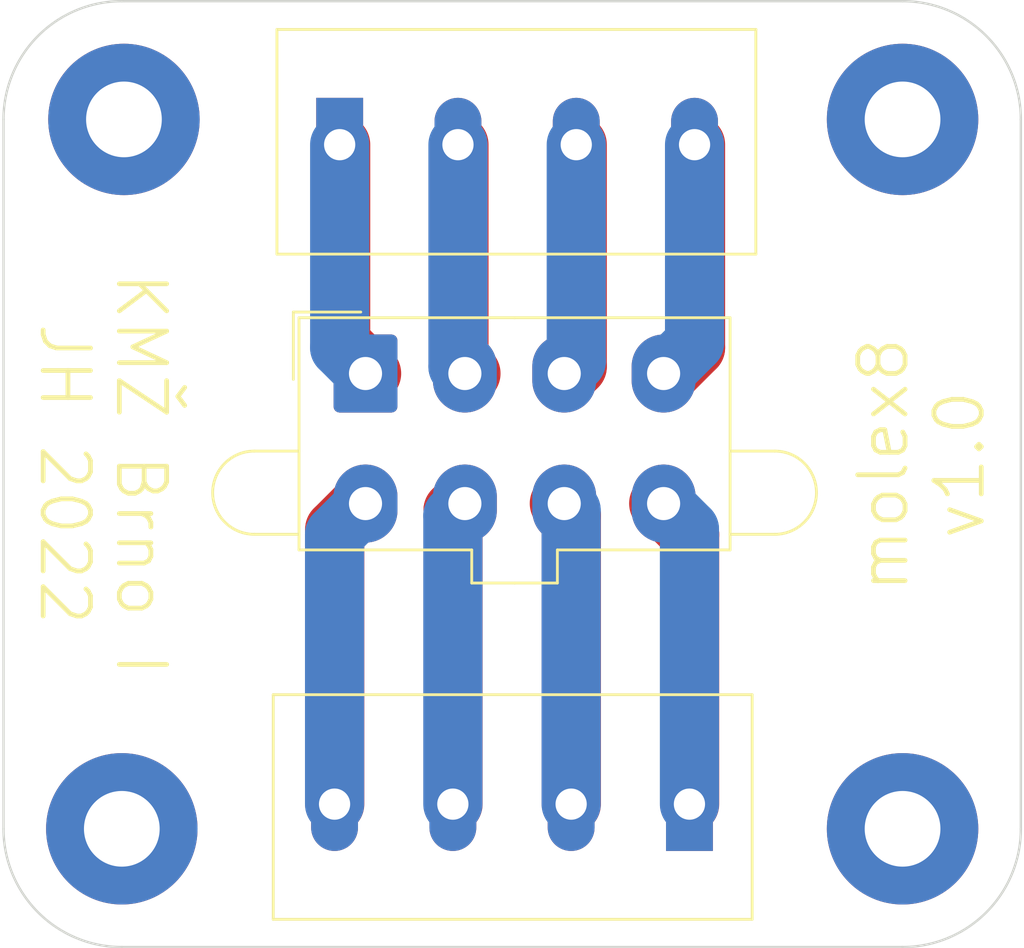
<source format=kicad_pcb>
(kicad_pcb (version 20211014) (generator pcbnew)
  (layers (0 "F.Cu" signal) (31 "B.Cu" signal) (34 "B.Paste" user) (35 "F.Paste" user) (36 "B.SilkS" user "B.Silkscreen") (37 "F.SilkS" user "F.Silkscreen") (38 "B.Mask" user) (39 "F.Mask" user) (44 "Edge.Cuts" user))
  (net 0 "")
  (net 1 "Net-(J1-Pad1)")
  (net 2 "Net-(J1-Pad2)")
  (net 3 "Net-(J1-Pad3)")
  (net 4 "Net-(J1-Pad4)")
  (net 5 "Net-(J2-Pad5)")
  (net 6 "Net-(J2-Pad6)")
  (net 7 "Net-(J2-Pad7)")
  (net 8 "Net-(J2-Pad8)")
  (footprint "Connector_Molex:Molex_Mini-Fit_Jr_5566-08A2_2x04_P4.20mm_Vertical" (layer "F.Cu") (at 95.3 91.746)
    (fp_text reference "J2" hide)
    (fp_text value "Conn_02x04_Counter_Clockwise")
    (fp_line (start 8.11 8.86) (end 6.3 8.86) (layer "F.SilkS") (width 0.12))
    (fp_line (start 15.41 7.46) (end 8.11 7.46) (layer "F.SilkS") (width 0.12))
    (fp_line (start 15.41 -2.36) (end 15.41 7.46) (layer "F.SilkS") (width 0.12))
    (fp_line (start -4.7 6.8) (end -2.81 6.8) (layer "F.SilkS") (width 0.12))
    (fp_line (start 6.3 -2.36) (end -2.81 -2.36) (layer "F.SilkS") (width 0.12))
    (fp_line (start 8.11 7.46) (end 8.11 8.86) (layer "F.SilkS") (width 0.12))
    (fp_line (start 4.49 7.46) (end 4.49 8.86) (layer "F.SilkS") (width 0.12))
    (fp_line (start 17.3 3.28) (end 15.41 3.28) (layer "F.SilkS") (width 0.12))
    (fp_line (start 17.3 6.8) (end 15.41 6.8) (layer "F.SilkS") (width 0.12))
    (fp_line (start -0.2 -2.6) (end -3.05 -2.6) (layer "F.SilkS") (width 0.12))
    (fp_line (start -2.81 -2.36) (end -2.81 7.46) (layer "F.SilkS") (width 0.12))
    (fp_line (start -3.05 -2.6) (end -3.05 0.25) (layer "F.SilkS") (width 0.12))
    (fp_line (start 4.49 8.86) (end 6.3 8.86) (layer "F.SilkS") (width 0.12))
    (fp_line (start -4.7 3.28) (end -2.81 3.28) (layer "F.SilkS") (width 0.12))
    (fp_line (start 6.3 -2.36) (end 15.41 -2.36) (layer "F.SilkS") (width 0.12))
    (fp_line (start -2.81 7.46) (end 4.49 7.46) (layer "F.SilkS") (width 0.12))
    (fp_arc (start 17.3 3.28) (mid 19.06 5.04) (end 17.3 6.8) (layer "F.SilkS") (width 0.12))
    (fp_arc (start -4.7 6.8) (mid -6.46 5.04) (end -4.7 3.28) (layer "F.SilkS") (width 0.12))
    (pad "" np_thru_hole circle (at 17.3 5.04) (size 3 3) (drill 3) (layers *.Cu *.Mask))
    (pad "" np_thru_hole circle (at -4.7 5.04) (size 3 3) (drill 3) (layers *.Cu *.Mask))
    (pad "1" thru_hole roundrect (at 0 0) (size 2.7 3.3) (drill 1.4) (layers *.Cu *.Mask) (roundrect_rratio 0.092593) (net 1 "Net-(J1-Pad1)"))
    (pad "2" thru_hole oval (at 4.2 0) (size 2.7 3.3) (drill 1.4) (layers *.Cu *.Mask) (net 2 "Net-(J1-Pad2)"))
    (pad "3" thru_hole oval (at 8.4 0) (size 2.7 3.3) (drill 1.4) (layers *.Cu *.Mask) (net 3 "Net-(J1-Pad3)"))
    (pad "4" thru_hole oval (at 12.6 0) (size 2.7 3.3) (drill 1.4) (layers *.Cu *.Mask) (net 4 "Net-(J1-Pad4)"))
    (pad "5" thru_hole oval (at 0 5.5) (size 2.7 3.3) (drill 1.4) (layers *.Cu *.Mask) (net 5 "Net-(J2-Pad5)"))
    (pad "6" thru_hole oval (at 4.2 5.5) (size 2.7 3.3) (drill 1.4) (layers *.Cu *.Mask) (net 6 "Net-(J2-Pad6)"))
    (pad "7" thru_hole oval (at 8.4 5.5) (size 2.7 3.3) (drill 1.4) (layers *.Cu *.Mask) (net 7 "Net-(J2-Pad7)"))
    (pad "8" thru_hole oval (at 12.6 5.5) (size 2.7 3.3) (drill 1.4) (layers *.Cu *.Mask) (net 8 "Net-(J2-Pad8)"))
  )
  (footprint "MountingHole:MountingHole_3.2mm_M3_Pad" (layer "F.Cu") (at 85.09 81)
    (fp_text reference "H1" hide)
    (fp_text value "MountingHole")
    (pad "1" thru_hole circle (at 0 0) (size 6.4 6.4) (drill 3.2) (layers *.Cu *.Mask))
  )
  (footprint "TerminalBlock_Euroclamp:MVE252-5-V-2x" (layer "F.Cu") (at 101.6 82.296)
    (fp_text reference "J1" hide)
    (fp_text value "Conn_01x04")
    (fp_line (start 10.2 -5.1) (end 10.2 4.4) (layer "F.SilkS") (width 0.12))
    (fp_line (start -10.042 4.4) (end -10.042 -5.1) (layer "F.SilkS") (width 0.12))
    (fp_line (start 10.2 4.4) (end -10.042 4.4) (layer "F.SilkS") (width 0.12))
    (fp_line (start -10.042 -5.1) (end 10.2 -5.1) (layer "F.SilkS") (width 0.12))
    (pad "1" thru_hole rect (at -7.392 -0.228) (size 1.98 3.96) (drill 1.32) (layers *.Cu *.Mask) (net 1 "Net-(J1-Pad1)"))
    (pad "2" thru_hole oval (at -2.392 -0.228) (size 1.98 3.96) (drill 1.32) (layers *.Cu *.Mask) (net 2 "Net-(J1-Pad2)"))
    (pad "3" thru_hole oval (at 2.608 -0.228) (size 1.98 3.96) (drill 1.32) (layers *.Cu *.Mask) (net 3 "Net-(J1-Pad3)"))
    (pad "4" thru_hole oval (at 7.608 -0.228) (size 1.98 3.96) (drill 1.32) (layers *.Cu *.Mask) (net 4 "Net-(J1-Pad4)"))
  )
  (footprint "TerminalBlock_Euroclamp:MVE252-5-V-2x" (layer "F.Cu") (at 101.6 109.728 180)
    (fp_text reference "J3" hide)
    (fp_text value "Conn_01x04")
    (fp_line (start -10.042 -5.1) (end 10.2 -5.1) (layer "F.SilkS") (width 0.12))
    (fp_line (start 10.2 4.4) (end -10.042 4.4) (layer "F.SilkS") (width 0.12))
    (fp_line (start 10.2 -5.1) (end 10.2 4.4) (layer "F.SilkS") (width 0.12))
    (fp_line (start -10.042 4.4) (end -10.042 -5.1) (layer "F.SilkS") (width 0.12))
    (pad "1" thru_hole rect (at -7.392 -0.228 180) (size 1.98 3.96) (drill 1.32) (layers *.Cu *.Mask) (net 8 "Net-(J2-Pad8)"))
    (pad "2" thru_hole oval (at -2.392 -0.228 180) (size 1.98 3.96) (drill 1.32) (layers *.Cu *.Mask) (net 7 "Net-(J2-Pad7)"))
    (pad "3" thru_hole oval (at 2.608 -0.228 180) (size 1.98 3.96) (drill 1.32) (layers *.Cu *.Mask) (net 6 "Net-(J2-Pad6)"))
    (pad "4" thru_hole oval (at 7.608 -0.228 180) (size 1.98 3.96) (drill 1.32) (layers *.Cu *.Mask) (net 5 "Net-(J2-Pad5)"))
  )
  (footprint "MountingHole:MountingHole_3.2mm_M3_Pad" (layer "F.Cu") (at 118 81)
    (fp_text reference "H4" hide)
    (fp_text value "MountingHole")
    (pad "1" thru_hole circle (at 0 0) (size 6.4 6.4) (drill 3.2) (layers *.Cu *.Mask))
  )
  (footprint "MountingHole:MountingHole_3.2mm_M3_Pad" (layer "F.Cu") (at 118 111)
    (fp_text reference "H2" hide)
    (fp_text value "MountingHole")
    (pad "1" thru_hole circle (at 0 0) (size 6.4 6.4) (drill 3.2) (layers *.Cu *.Mask))
  )
  (footprint "MountingHole:MountingHole_3.2mm_M3_Pad" (layer "F.Cu") (at 85 111)
    (fp_text reference "H3" hide)
    (fp_text value "MountingHole")
    (pad "1" thru_hole circle (at 0 0) (size 6.4 6.4) (drill 3.2) (layers *.Cu *.Mask))
  )
  (gr_arc (start 118 76) (mid 121.535534 77.464466) (end 123 81) (layer "Edge.Cuts") (width 0.1))
  (gr_arc (start 80 81) (mid 81.464466 77.464466) (end 85 76) (layer "Edge.Cuts") (width 0.1))
  (gr_line (start 118 116) (end 85 116) (layer "Edge.Cuts") (width 0.1))
  (gr_line (start 80 111) (end 80 81) (layer "Edge.Cuts") (width 0.1))
  (gr_line (start 85 76) (end 118 76) (layer "Edge.Cuts") (width 0.1))
  (gr_line (start 123 81) (end 123 111) (layer "Edge.Cuts") (width 0.1))
  (gr_arc (start 85 116) (mid 81.464466 114.535534) (end 80 111) (layer "Edge.Cuts") (width 0.1))
  (gr_arc (start 123 111) (mid 121.535534 114.535534) (end 118 116) (layer "Edge.Cuts") (width 0.1))
  (gr_text "molex8\nv1.0" (at 118.8 95.6 90) (layer "F.SilkS") (effects (font (size 2 2) (thickness 0.2))))
  (gr_text "KMŽ Brno I\nJH 2022" (at 84.2 96 270) (layer "F.SilkS") (effects (font (size 2 2) (thickness 0.2))))
  (segment (start 94.25 90.435) (end 95.558 91.743) (width 2.5) (layer "F.Cu") (net 1))
  (segment (start 94.25 82.065) (end 94.25 90.435) (width 2.5) (layer "F.Cu") (net 1))
  (segment (start 94.208 82.068) (end 94.208 90.654) (width 2.5) (layer "B.Cu") (net 1))
  (segment (start 94.208 90.654) (end 95.3 91.746) (width 2.5) (layer "B.Cu") (net 1))
  (segment (start 99.25 82.065) (end 99.25 91.235) (width 2.5) (layer "F.Cu") (net 2))
  (segment (start 99.25 91.235) (end 99.758 91.743) (width 2.5) (layer "F.Cu") (net 2))
  (segment (start 99.208 82.068) (end 99.208 91.454) (width 2.5) (layer "B.Cu") (net 2))
  (segment (start 99.208 91.454) (end 99.5 91.746) (width 2.5) (layer "B.Cu") (net 2))
  (segment (start 104.25 91.451) (end 103.958 91.743) (width 2.5) (layer "F.Cu") (net 3))
  (segment (start 104.25 82.065) (end 104.25 91.451) (width 2.5) (layer "F.Cu") (net 3))
  (segment (start 104.208 91.238) (end 103.7 91.746) (width 2.5) (layer "B.Cu") (net 3))
  (segment (start 104.208 82.068) (end 104.208 91.238) (width 2.5) (layer "B.Cu") (net 3))
  (segment (start 109.25 82.065) (end 109.25 90.651) (width 2.5) (layer "F.Cu") (net 4))
  (segment (start 109.25 90.651) (end 108.158 91.743) (width 2.5) (layer "F.Cu") (net 4))
  (segment (start 109.208 90.438) (end 107.9 91.746) (width 2.5) (layer "B.Cu") (net 4))
  (segment (start 109.208 82.068) (end 109.208 90.438) (width 2.5) (layer "B.Cu") (net 4))
  (segment (start 94 109.951) (end 94 98.333) (width 2.5) (layer "F.Cu") (net 5))
  (segment (start 94 98.333) (end 95.092 97.241) (width 2.5) (layer "F.Cu") (net 5))
  (segment (start 93.992 98.554) (end 95.3 97.246) (width 2.5) (layer "B.Cu") (net 5))
  (segment (start 93.992 109.956) (end 93.992 98.554) (width 2.5) (layer "B.Cu") (net 5))
  (segment (start 99 109.951) (end 99 97.533) (width 2.5) (layer "F.Cu") (net 6))
  (segment (start 99 97.533) (end 99.292 97.241) (width 2.5) (layer "F.Cu") (net 6))
  (segment (start 98.992 97.754) (end 99.5 97.246) (width 2.5) (layer "B.Cu") (net 6))
  (segment (start 98.992 109.956) (end 98.992 97.754) (width 2.5) (layer "B.Cu") (net 6))
  (segment (start 104 97.749) (end 103.492 97.241) (width 2.5) (layer "F.Cu") (net 7))
  (segment (start 104 109.951) (end 104 97.749) (width 2.5) (layer "F.Cu") (net 7))
  (segment (start 103.992 109.956) (end 103.992 97.538) (width 2.5) (layer "B.Cu") (net 7))
  (segment (start 103.992 97.538) (end 103.7 97.246) (width 2.5) (layer "B.Cu") (net 7))
  (segment (start 109 109.951) (end 109 98.549) (width 2.5) (layer "F.Cu") (net 8))
  (segment (start 109 98.549) (end 107.692 97.241) (width 2.5) (layer "F.Cu") (net 8))
  (segment (start 108.992 109.956) (end 108.992 98.338) (width 2.5) (layer "B.Cu") (net 8))
  (segment (start 108.992 98.338) (end 107.9 97.246) (width 2.5) (layer "B.Cu") (net 8))
)
</source>
